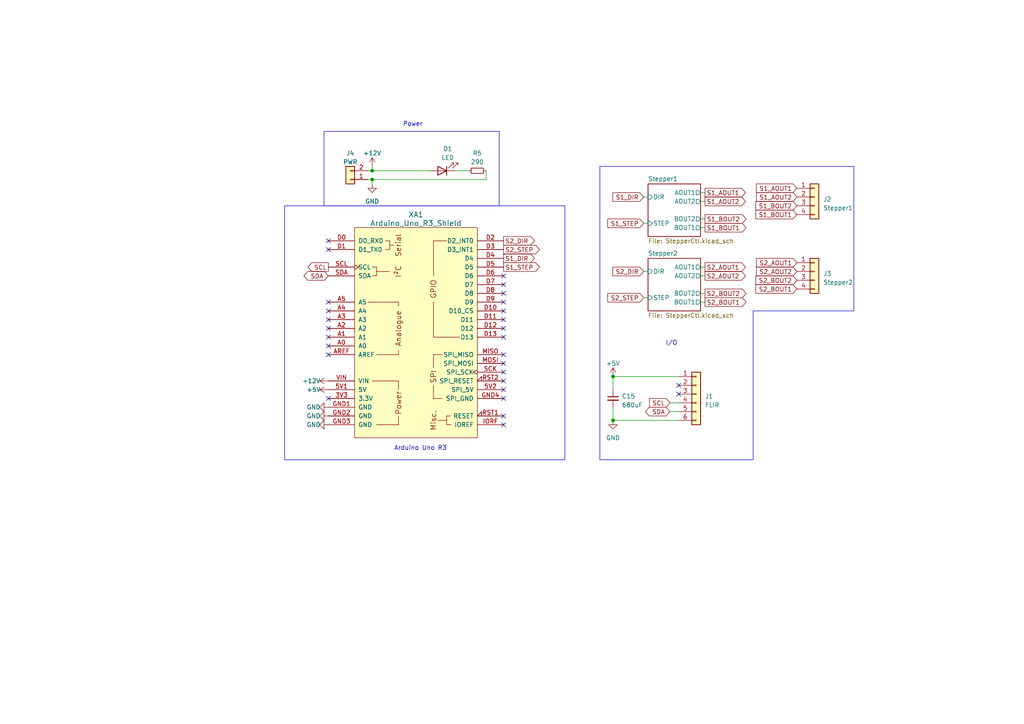
<source format=kicad_sch>
(kicad_sch (version 20230121) (generator eeschema)
  (paper "A4")
  (lib_symbols
    (symbol "Connector_Generic:Conn_01x02" (pin_names (offset 1.016) hide)
      (property "Reference" "J" (at 0 2.54 0))
      (property "Value" "Conn_01x02" (at 0 -5.08 0))
      (symbol "Conn_01x02_1_1"
        (rectangle (start -1.27 -2.413) (end 0 -2.667) (stroke (width 0.1524)))
        (rectangle (start -1.27 0.127) (end 0 -0.127) (stroke (width 0.1524)))
        (rectangle (start -1.27 1.27) (end 1.27 -3.81) (stroke (width 0.254)) (fill (type background)))
        (pin passive line (at -5.08 0 0) (length 3.81) (name "Pin_1") (number "1"))
        (pin passive line (at -5.08 -2.54 0) (length 3.81) (name "Pin_2") (number "2"))
      )
    )
    (symbol "Connector_Generic:Conn_01x04" (pin_names (offset 1.016) hide)
      (property "Reference" "J" (at 0 5.08 0))
      (property "Value" "Conn_01x04" (at 0 -7.62 0))
      (symbol "Conn_01x04_1_1"
        (rectangle (start -1.27 -4.953) (end 0 -5.207) (stroke (width 0.1524)))
        (rectangle (start -1.27 -2.413) (end 0 -2.667) (stroke (width 0.1524)))
        (rectangle (start -1.27 0.127) (end 0 -0.127) (stroke (width 0.1524)))
        (rectangle (start -1.27 2.667) (end 0 2.413) (stroke (width 0.1524)))
        (rectangle (start -1.27 3.81) (end 1.27 -6.35) (stroke (width 0.254)) (fill (type background)))
        (pin passive line (at -5.08 2.54 0) (length 3.81) (name "Pin_1") (number "1"))
        (pin passive line (at -5.08 0 0) (length 3.81) (name "Pin_2") (number "2"))
        (pin passive line (at -5.08 -2.54 0) (length 3.81) (name "Pin_3") (number "3"))
        (pin passive line (at -5.08 -5.08 0) (length 3.81) (name "Pin_4") (number "4"))
      )
    )
    (symbol "Connector_Generic:Conn_01x06" (pin_names (offset 1.016) hide)
      (property "Reference" "J" (at 0 7.62 0))
      (property "Value" "Conn_01x06" (at 0 -10.16 0))
      (symbol "Conn_01x06_1_1"
        (rectangle (start -1.27 -7.493) (end 0 -7.747) (stroke (width 0.1524)))
        (rectangle (start -1.27 -4.953) (end 0 -5.207) (stroke (width 0.1524)))
        (rectangle (start -1.27 -2.413) (end 0 -2.667) (stroke (width 0.1524)))
        (rectangle (start -1.27 0.127) (end 0 -0.127) (stroke (width 0.1524)))
        (rectangle (start -1.27 2.667) (end 0 2.413) (stroke (width 0.1524)))
        (rectangle (start -1.27 5.207) (end 0 4.953) (stroke (width 0.1524)))
        (rectangle (start -1.27 6.35) (end 1.27 -8.89) (stroke (width 0.254)) (fill (type background)))
        (pin passive line (at -5.08 5.08 0) (length 3.81) (name "Pin_1") (number "1"))
        (pin passive line (at -5.08 2.54 0) (length 3.81) (name "Pin_2") (number "2"))
        (pin passive line (at -5.08 0 0) (length 3.81) (name "Pin_3") (number "3"))
        (pin passive line (at -5.08 -2.54 0) (length 3.81) (name "Pin_4") (number "4"))
        (pin passive line (at -5.08 -5.08 0) (length 3.81) (name "Pin_5") (number "5"))
        (pin passive line (at -5.08 -7.62 0) (length 3.81) (name "Pin_6") (number "6"))
      )
    )
    (symbol "Device:C_Small" (pin_numbers hide) (pin_names (offset 0.254) hide)
      (property "Reference" "C" (at 0.254 1.778 0))
      (property "Value" "C_Small" (at 0.254 -2.032 0))
      (symbol "C_Small_0_1"
        (polyline (pts (xy -1.524 -0.508) (xy 1.524 -0.508)) (stroke (width 0.3302)))
        (polyline (pts (xy -1.524 0.508) (xy 1.524 0.508)) (stroke (width 0.3048)))
      )
      (symbol "C_Small_1_1"
        (pin passive line (at 0 2.54 270) (length 2.032) (name "~") (number "1"))
        (pin passive line (at 0 -2.54 90) (length 2.032) (name "~") (number "2"))
      )
    )
    (symbol "Device:LED" (pin_numbers hide) (pin_names (offset 1.016) hide)
      (property "Reference" "D" (at 0 2.54 0))
      (property "Value" "LED" (at 0 -2.54 0))
      (symbol "LED_0_1"
        (polyline (pts (xy -1.27 -1.27) (xy -1.27 1.27)) (stroke (width 0.254)))
        (polyline (pts (xy -1.27 0) (xy 1.27 0)))
        (polyline (pts (xy 1.27 -1.27) (xy 1.27 1.27) (xy -1.27 0) (xy 1.27 -1.27)) (stroke (width 0.254)))
        (polyline (pts (xy -3.048 -0.762) (xy -4.572 -2.286) (xy -3.81 -2.286) (xy -4.572 -2.286) (xy -4.572 -1.524)))
        (polyline (pts (xy -1.778 -0.762) (xy -3.302 -2.286) (xy -2.54 -2.286) (xy -3.302 -2.286) (xy -3.302 -1.524)))
      )
      (symbol "LED_1_1"
        (pin passive line (at -3.81 0 0) (length 2.54) (name "K") (number "1"))
        (pin passive line (at 3.81 0 180) (length 2.54) (name "A") (number "2"))
      )
    )
    (symbol "Device:R_Small" (pin_numbers hide) (pin_names (offset 0.254) hide)
      (property "Reference" "R" (at 0.762 0.508 0))
      (property "Value" "R_Small" (at 0.762 -1.016 0))
      (symbol "R_Small_0_1"
        (rectangle (start -0.762 1.778) (end 0.762 -1.778) (stroke (width 0.2032)))
      )
      (symbol "R_Small_1_1"
        (pin passive line (at 0 2.54 270) (length 0.762) (name "~") (number "1"))
        (pin passive line (at 0 -2.54 90) (length 0.762) (name "~") (number "2"))
      )
    )
    (symbol "arduino-library:Arduino_Uno_R3_Shield" (pin_names (offset 1.016))
      (property "Reference" "XA" (at 0 36.83 0))
      (property "Value" "Arduino_Uno_R3_Shield" (at 0 33.02 0))
      (symbol "Arduino_Uno_R3_Shield_0_0"
        (rectangle (start -17.78 30.48) (end 17.78 -30.48) (fill (type background)))
        (rectangle (start -12.7 -13.97) (end -5.08 -13.97))
        (rectangle (start -11.43 -26.67) (end -5.08 -26.67))
        (polyline (pts (xy -11.43 17.78) (xy -7.62 17.78)))
        (polyline (pts (xy -7.62 25.4) (xy -6.35 25.4)))
        (polyline (pts (xy -5.08 -26.67) (xy -5.08 -24.13)))
        (polyline (pts (xy -5.08 -15.24) (xy -5.08 -16.51)))
        (polyline (pts (xy -5.08 -13.97) (xy -5.08 -15.24)))
        (polyline (pts (xy -5.08 -5.08) (xy -5.08 -6.35) (xy -11.43 -6.35)))
        (polyline (pts (xy -5.08 7.62) (xy -5.08 8.89) (xy -13.97 8.89)))
        (polyline (pts (xy 5.08 8.89) (xy 5.08 -1.27) (xy 12.7 -1.27)))
        (polyline (pts (xy 5.08 16.51) (xy 5.08 26.67) (xy 8.89 26.67)))
        (polyline (pts (xy -12.7 19.05) (xy -11.43 19.05) (xy -11.43 16.51) (xy -12.7 16.51)))
        (polyline (pts (xy -8.89 26.67) (xy -7.62 26.67) (xy -7.62 24.13) (xy -8.89 24.13)))
        (rectangle (start 5.08 -19.05) (end 5.08 -15.24))
        (rectangle (start 5.08 -19.05) (end 7.62 -19.05))
        (rectangle (start 5.08 -10.16) (end 5.08 -6.35))
        (rectangle (start 7.62 -6.35) (end 5.08 -6.35))
        (rectangle (start 8.89 -25.4) (end 6.35 -25.4))
        (rectangle (start 8.89 -24.13) (end 8.89 -26.67))
        (rectangle (start 10.16 -26.67) (end 8.89 -26.67))
        (rectangle (start 10.16 -24.13) (end 8.89 -24.13))
        (text "Analogue" (at -5.08 1.27 900) (effects (font (size 1.524 1.524))))
        (text "I²C" (at -5.08 17.78 900) (effects (font (size 1.524 1.524))))
        (text "Misc." (at 5.08 -25.4 900) (effects (font (size 1.524 1.524))))
        (text "Power" (at -5.08 -20.32 900) (effects (font (size 1.524 1.524))))
        (text "Serial" (at -5.08 25.4 900) (effects (font (size 1.524 1.524))))
        (text "SPI" (at 5.08 -12.7 900) (effects (font (size 1.524 1.524))))
      )
      (symbol "Arduino_Uno_R3_Shield_1_0"
        (text "GPIO" (at 5.08 12.7 900) (effects (font (size 1.524 1.524))))
      )
      (symbol "Arduino_Uno_R3_Shield_1_1"
        (pin power_out line (at -25.4 -19.05 0) (length 7.62) (name "3.3V") (number "3V3"))
        (pin power_in line (at -25.4 -16.51 0) (length 7.62) (name "5V") (number "5V1"))
        (pin power_in line (at 25.4 -16.51 180) (length 7.62) (name "SPI_5V") (number "5V2"))
        (pin bidirectional line (at -25.4 -3.81 0) (length 7.62) (name "A0") (number "A0"))
        (pin bidirectional line (at -25.4 -1.27 0) (length 7.62) (name "A1") (number "A1"))
        (pin bidirectional line (at -25.4 1.27 0) (length 7.62) (name "A2") (number "A2"))
        (pin bidirectional line (at -25.4 3.81 0) (length 7.62) (name "A3") (number "A3"))
        (pin bidirectional line (at -25.4 6.35 0) (length 7.62) (name "A4") (number "A4"))
        (pin bidirectional line (at -25.4 8.89 0) (length 7.62) (name "A5") (number "A5"))
        (pin input line (at -25.4 -6.35 0) (length 7.62) (name "AREF") (number "AREF"))
        (pin bidirectional line (at -25.4 26.67 0) (length 7.62) (name "D0_RX0") (number "D0"))
        (pin bidirectional line (at -25.4 24.13 0) (length 7.62) (name "D1_TX0") (number "D1"))
        (pin bidirectional line (at 25.4 6.35 180) (length 7.62) (name "D10_CS") (number "D10"))
        (pin bidirectional line (at 25.4 3.81 180) (length 7.62) (name "D11") (number "D11"))
        (pin bidirectional line (at 25.4 1.27 180) (length 7.62) (name "D12") (number "D12"))
        (pin bidirectional line (at 25.4 -1.27 180) (length 7.62) (name "D13") (number "D13"))
        (pin bidirectional line (at 25.4 26.67 180) (length 7.62) (name "D2_INT0") (number "D2"))
        (pin bidirectional line (at 25.4 24.13 180) (length 7.62) (name "D3_INT1") (number "D3"))
        (pin bidirectional line (at 25.4 21.59 180) (length 7.62) (name "D4") (number "D4"))
        (pin bidirectional line (at 25.4 19.05 180) (length 7.62) (name "D5") (number "D5"))
        (pin bidirectional line (at 25.4 16.51 180) (length 7.62) (name "D6") (number "D6"))
        (pin bidirectional line (at 25.4 13.97 180) (length 7.62) (name "D7") (number "D7"))
        (pin bidirectional line (at 25.4 11.43 180) (length 7.62) (name "D8") (number "D8"))
        (pin bidirectional line (at 25.4 8.89 180) (length 7.62) (name "D9") (number "D9"))
        (pin power_in line (at -25.4 -21.59 0) (length 7.62) (name "GND") (number "GND1"))
        (pin power_in line (at -25.4 -24.13 0) (length 7.62) (name "GND") (number "GND2"))
        (pin power_in line (at -25.4 -26.67 0) (length 7.62) (name "GND") (number "GND3"))
        (pin power_in line (at 25.4 -19.05 180) (length 7.62) (name "SPI_GND") (number "GND4"))
        (pin output line (at 25.4 -26.67 180) (length 7.62) (name "IOREF") (number "IORF"))
        (pin input line (at 25.4 -6.35 180) (length 7.62) (name "SPI_MISO") (number "MISO"))
        (pin output line (at 25.4 -8.89 180) (length 7.62) (name "SPI_MOSI") (number "MOSI"))
        (pin open_collector input_low (at 25.4 -24.13 180) (length 7.62) (name "RESET") (number "RST1"))
        (pin open_collector input_low (at 25.4 -13.97 180) (length 7.62) (name "SPI_RESET") (number "RST2"))
        (pin output clock (at 25.4 -11.43 180) (length 7.62) (name "SPI_SCK") (number "SCK"))
        (pin bidirectional clock (at -25.4 19.05 0) (length 7.62) (name "SCL") (number "SCL"))
        (pin bidirectional line (at -25.4 16.51 0) (length 7.62) (name "SDA") (number "SDA"))
        (pin power_in line (at -25.4 -13.97 0) (length 7.62) (name "VIN") (number "VIN"))
      )
    )
    (symbol "power:+12V" (power) (pin_names (offset 0))
      (property "Value" "+12V" (at 0 3.556 0))
      (symbol "+12V_0_1"
        (polyline (pts (xy -0.762 1.27) (xy 0 2.54)))
        (polyline (pts (xy 0 0) (xy 0 2.54)))
        (polyline (pts (xy 0 2.54) (xy 0.762 1.27)))
      )
      (symbol "+12V_1_1"
        (pin power_in line (at 0 0 90) (length 0) hide (name "+12V") (number "1"))
      )
    )
    (symbol "power:+5V" (power) (pin_names (offset 0))
      (property "Value" "+5V" (at 0 3.556 0))
      (symbol "+5V_0_1"
        (polyline (pts (xy -0.762 1.27) (xy 0 2.54)))
        (polyline (pts (xy 0 0) (xy 0 2.54)))
        (polyline (pts (xy 0 2.54) (xy 0.762 1.27)))
      )
      (symbol "+5V_1_1"
        (pin power_in line (at 0 0 90) (length 0) hide (name "+5V") (number "1"))
      )
    )
    (symbol "power:GND" (power) (pin_names (offset 0))
      (property "Value" "GND" (at 0 -3.81 0))
      (symbol "GND_0_1"
        (polyline (pts (xy 0 0) (xy 0 -1.27) (xy 1.27 -1.27) (xy 0 -2.54) (xy -1.27 -1.27) (xy 0 -1.27)))
      )
      (symbol "GND_1_1"
        (pin power_in line (at 0 0 270) (length 0) hide (name "GND") (number "1"))
      )
    )
  )
  (junction (at 107.95 52.07))
  (junction (at 177.8 121.92))
  (junction (at 177.8 109.22))
  (junction (at 107.95 49.53))
  (no_connect (at 146.05 92.71))
  (no_connect (at 95.25 102.87))
  (no_connect (at 146.05 90.17))
  (no_connect (at 146.05 123.19))
  (no_connect (at 146.05 107.95))
  (no_connect (at 95.25 90.17))
  (no_connect (at 196.85 111.76))
  (no_connect (at 146.05 85.09))
  (no_connect (at 95.25 92.71))
  (no_connect (at 95.25 87.63))
  (no_connect (at 146.05 102.87))
  (no_connect (at 146.05 80.01))
  (no_connect (at 95.25 100.33))
  (no_connect (at 146.05 120.65))
  (no_connect (at 146.05 110.49))
  (no_connect (at 95.25 72.39))
  (no_connect (at 196.85 114.3))
  (no_connect (at 146.05 87.63))
  (no_connect (at 146.05 113.03))
  (no_connect (at 146.05 95.25))
  (no_connect (at 146.05 105.41))
  (no_connect (at 146.05 97.79))
  (no_connect (at 95.25 115.57))
  (no_connect (at 95.25 97.79))
  (no_connect (at 95.25 95.25))
  (no_connect (at 146.05 115.57))
  (no_connect (at 146.05 82.55))
  (no_connect (at 95.25 69.85))
  (wire (pts (xy 186.69 86.36) (xy 187.96 86.36)))
  (wire (pts (xy 177.8 109.22) (xy 177.8 113.03)))
  (wire (pts (xy 203.2 77.47) (xy 204.47 77.47)))
  (wire (pts (xy 107.95 52.07) (xy 107.95 53.34)))
  (wire (pts (xy 203.2 63.5) (xy 204.47 63.5)))
  (polyline (pts (xy 173.99 133.35) (xy 173.99 48.26)))
  (polyline (pts (xy 173.99 133.35) (xy 218.44 133.35)))
  (wire (pts (xy 107.95 49.53) (xy 107.95 48.26)))
  (polyline (pts (xy 218.44 90.17) (xy 218.44 133.35)))
  (wire (pts (xy 106.68 52.07) (xy 107.95 52.07)))
  (wire (pts (xy 194.31 116.84) (xy 196.85 116.84)))
  (wire (pts (xy 203.2 55.88) (xy 204.47 55.88)))
  (wire (pts (xy 177.8 118.11) (xy 177.8 121.92)))
  (wire (pts (xy 203.2 80.01) (xy 204.47 80.01)))
  (wire (pts (xy 177.8 109.22) (xy 196.85 109.22)))
  (wire (pts (xy 106.68 49.53) (xy 107.95 49.53)))
  (wire (pts (xy 186.69 57.15) (xy 187.96 57.15)))
  (polyline (pts (xy 247.65 48.26) (xy 247.65 90.17)))
  (wire (pts (xy 203.2 87.63) (xy 204.47 87.63)))
  (wire (pts (xy 140.97 52.07) (xy 140.97 49.53)))
  (wire (pts (xy 177.8 121.92) (xy 196.85 121.92)))
  (polyline (pts (xy 247.65 90.17) (xy 218.44 90.17)))
  (wire (pts (xy 107.95 52.07) (xy 140.97 52.07)))
  (wire (pts (xy 203.2 58.42) (xy 204.47 58.42)))
  (wire (pts (xy 132.08 49.53) (xy 135.89 49.53)))
  (wire (pts (xy 194.31 119.38) (xy 196.85 119.38)))
  (polyline (pts (xy 173.99 48.26) (xy 247.65 48.26)))
  (wire (pts (xy 186.69 64.77) (xy 187.96 64.77)))
  (wire (pts (xy 203.2 66.04) (xy 204.47 66.04)))
  (wire (pts (xy 107.95 49.53) (xy 124.46 49.53)))
  (wire (pts (xy 203.2 85.09) (xy 204.47 85.09)))
  (wire (pts (xy 186.69 78.74) (xy 187.96 78.74)))
  (rectangle (start 82.55 59.69) (end 163.83 133.35))
  (rectangle (start 93.98 38.1) (end 144.78 59.69))
  (text "I/O" (at 193.04 100.33 0) (effects (font (size 1.27 1.27)) (justify left bottom)))
  (text "Arduino Uno R3\n" (at 114.3 130.81 0) (effects (font (size 1.27 1.27)) (justify left bottom)))
  (text "Power" (at 116.84 36.83 0) (effects (font (size 1.27 1.27)) (justify left bottom)))
  (global_label "SDA" (shape bidirectional) (at 194.31 119.38 180) (property "Intersheetrefs" "${INTERSHEET_REFS}" (effects hide)))
  (global_label "S1_STEP" (shape output) (at 146.05 77.47 0) (property "Intersheetrefs" "${INTERSHEET_REFS}" (effects hide)))
  (global_label "S2_STEP" (shape output) (at 146.05 72.39 0) (property "Intersheetrefs" "${INTERSHEET_REFS}" (effects hide)))
  (global_label "S1_BOUT2" (shape input) (at 231.14 59.69 180) (property "Intersheetrefs" "${INTERSHEET_REFS}" (effects hide)))
  (global_label "S1_AOUT1" (shape output) (at 204.47 55.88 0) (property "Intersheetrefs" "${INTERSHEET_REFS}" (effects hide)))
  (global_label "SCL" (shape output) (at 95.25 77.47 180) (property "Intersheetrefs" "${INTERSHEET_REFS}" (effects hide)))
  (global_label "S1_STEP" (shape input) (at 186.69 64.77 180) (property "Intersheetrefs" "${INTERSHEET_REFS}" (effects hide)))
  (global_label "S2_STEP" (shape input) (at 186.69 86.36 180) (property "Intersheetrefs" "${INTERSHEET_REFS}" (effects hide)))
  (global_label "S2_AOUT2" (shape input) (at 231.14 78.74 180) (property "Intersheetrefs" "${INTERSHEET_REFS}" (effects hide)))
  (global_label "S1_AOUT1" (shape input) (at 231.14 54.61 180) (property "Intersheetrefs" "${INTERSHEET_REFS}" (effects hide)))
  (global_label "S1_DIR" (shape input) (at 186.69 57.15 180) (property "Intersheetrefs" "${INTERSHEET_REFS}" (effects hide)))
  (global_label "SCL" (shape input) (at 194.31 116.84 180) (property "Intersheetrefs" "${INTERSHEET_REFS}" (effects hide)))
  (global_label "S2_AOUT1" (shape output) (at 204.47 77.47 0) (property "Intersheetrefs" "${INTERSHEET_REFS}" (effects hide)))
  (global_label "S2_BOUT2" (shape input) (at 231.14 81.28 180) (property "Intersheetrefs" "${INTERSHEET_REFS}" (effects hide)))
  (global_label "S1_BOUT2" (shape output) (at 204.47 63.5 0) (property "Intersheetrefs" "${INTERSHEET_REFS}" (effects hide)))
  (global_label "S2_AOUT1" (shape input) (at 231.14 76.2 180) (property "Intersheetrefs" "${INTERSHEET_REFS}" (effects hide)))
  (global_label "S1_BOUT1" (shape output) (at 204.47 66.04 0) (property "Intersheetrefs" "${INTERSHEET_REFS}" (effects hide)))
  (global_label "S2_AOUT2" (shape output) (at 204.47 80.01 0) (property "Intersheetrefs" "${INTERSHEET_REFS}" (effects hide)))
  (global_label "S2_BOUT2" (shape output) (at 204.47 85.09 0) (property "Intersheetrefs" "${INTERSHEET_REFS}" (effects hide)))
  (global_label "SDA" (shape bidirectional) (at 95.25 80.01 180) (property "Intersheetrefs" "${INTERSHEET_REFS}" (effects hide)))
  (global_label "S1_AOUT2" (shape input) (at 231.14 57.15 180) (property "Intersheetrefs" "${INTERSHEET_REFS}" (effects hide)))
  (global_label "S1_DIR" (shape output) (at 146.05 74.93 0) (property "Intersheetrefs" "${INTERSHEET_REFS}" (effects hide)))
  (global_label "S1_BOUT1" (shape input) (at 231.14 62.23 180) (property "Intersheetrefs" "${INTERSHEET_REFS}" (effects hide)))
  (global_label "S2_DIR" (shape input) (at 186.69 78.74 180) (property "Intersheetrefs" "${INTERSHEET_REFS}" (effects hide)))
  (global_label "S2_BOUT1" (shape output) (at 204.47 87.63 0) (property "Intersheetrefs" "${INTERSHEET_REFS}" (effects hide)))
  (global_label "S2_DIR" (shape output) (at 146.05 69.85 0) (property "Intersheetrefs" "${INTERSHEET_REFS}" (effects hide)))
  (global_label "S2_BOUT1" (shape input) (at 231.14 83.82 180) (property "Intersheetrefs" "${INTERSHEET_REFS}" (effects hide)))
  (global_label "S1_AOUT2" (shape output) (at 204.47 58.42 0) (property "Intersheetrefs" "${INTERSHEET_REFS}" (effects hide)))
  (symbol (lib_id "power:GND") (at 95.25 118.11 270) (unit 1)
    (property "Reference" "#PWR029" (effects hide))
    (property "Value" "GND" (at 88.9 118.11 90) (effects (justify left)))
  )
  (symbol (lib_id "arduino-library:Arduino_Uno_R3_Shield") (at 120.65 96.52 0) (unit 1)
    (property "Reference" "XA1" (at 120.65 62.23 0) (effects (font (size 1.524 1.524))))
    (property "Value" "Arduino_Uno_R3_Shield" (at 120.65 64.77 0) (effects (font (size 1.524 1.524))))
    (property "Footprint" "arduino-library:Arduino_Uno_R3_Shield" (effects hide))
    (property "Datasheet" "https://docs.arduino.cc/hardware/uno-rev3" (effects hide))
  )
  (symbol (lib_id "Connector_Generic:Conn_01x04") (at 236.22 78.74 0) (unit 1)
    (property "Reference" "J3" (at 238.76 79.375 0) (effects (justify left)))
    (property "Value" "Stepper2" (at 238.76 81.915 0) (effects (justify left)))
    (property "Footprint" "Connector_Phoenix_MC:PhoenixContact_MCV_1,5_4-G-3.5_1x04_P3.50mm_Vertical" (effects hide))
  )
  (symbol (lib_id "Connector_Generic:Conn_01x02") (at 101.6 52.07 180) (unit 1)
    (property "Reference" "J4" (at 101.6 44.45 0))
    (property "Value" "PWR" (at 101.6 46.99 0))
    (property "Footprint" "Connector_Phoenix_MC:PhoenixContact_MC_1,5_2-G-3.5_1x02_P3.50mm_Horizontal" (effects hide))
  )
  (symbol (lib_id "Device:LED") (at 128.27 49.53 180) (unit 1)
    (property "Reference" "D1" (at 129.8575 43.18 0))
    (property "Value" "LED" (at 129.8575 45.72 0))
    (property "Footprint" "LED_SMD:LED_0603_1608Metric" (effects hide))
    (property "LCSC Part #" "C2286" (effects hide))
    (property "LCSC Part" "C2286" (effects hide))
  )
  (symbol (lib_id "power:GND") (at 95.25 123.19 270) (unit 1)
    (property "Reference" "#PWR024" (effects hide))
    (property "Value" "GND" (at 88.9 123.19 90) (effects (justify left)))
  )
  (symbol (lib_id "Connector_Generic:Conn_01x04") (at 236.22 57.15 0) (unit 1)
    (property "Reference" "J2" (at 238.76 57.785 0) (effects (justify left)))
    (property "Value" "Stepper1" (at 238.76 60.325 0) (effects (justify left)))
    (property "Footprint" "Connector_Phoenix_MC:PhoenixContact_MCV_1,5_4-G-3.5_1x04_P3.50mm_Vertical" (effects hide))
  )
  (symbol (lib_id "power:GND") (at 107.95 53.34 0) (unit 1)
    (property "Reference" "#PWR027" (effects hide))
    (property "Value" "GND" (at 107.95 58.42 0))
  )
  (symbol (lib_id "power:GND") (at 95.25 120.65 270) (unit 1)
    (property "Reference" "#PWR028" (effects hide))
    (property "Value" "GND" (at 88.9 120.65 90) (effects (justify left)))
  )
  (symbol (lib_id "power:+12V") (at 95.25 110.49 90) (unit 1)
    (property "Reference" "#PWR023" (effects hide))
    (property "Value" "+12V" (at 87.63 110.49 90) (effects (justify right)))
  )
  (symbol (lib_id "Connector_Generic:Conn_01x06") (at 201.93 114.3 0) (unit 1)
    (property "Reference" "J1" (at 204.47 114.935 0) (effects (justify left)))
    (property "Value" "FLIR" (at 204.47 117.475 0) (effects (justify left)))
    (property "Footprint" "Connector_JST:JST_GH_SM06B-GHS-TB_1x06-1MP_P1.25mm_Horizontal" (effects hide))
    (property "LCSC Part #" "C133065" (effects hide))
    (property "LCSC Part" "C133065" (effects hide))
  )
  (symbol (lib_id "power:+12V") (at 107.95 48.26 0) (unit 1)
    (property "Reference" "#PWR026" (effects hide))
    (property "Value" "+12V" (at 107.95 44.45 0))
  )
  (symbol (lib_id "power:+5V") (at 177.8 109.22 0) (unit 1)
    (property "Reference" "#PWR021" (effects hide))
    (property "Value" "+5V" (at 177.8 105.41 0))
  )
  (symbol (lib_id "power:GND") (at 177.8 121.92 0) (unit 1)
    (property "Reference" "#PWR022" (effects hide))
    (property "Value" "GND" (at 177.8 127 0))
  )
  (symbol (lib_id "Device:R_Small") (at 138.43 49.53 90) (unit 1)
    (property "Reference" "R5" (at 138.43 44.45 90))
    (property "Value" "290" (at 138.43 46.99 90))
    (property "Footprint" "Resistor_SMD:R_0402_1005Metric" (effects hide))
    (property "LCSC Part #" "C25104" (effects hide))
    (property "LCSC Part" "C25104" (effects hide))
  )
  (symbol (lib_id "Device:C_Small") (at 177.8 115.57 0) (unit 1)
    (property "Reference" "C15" (at 180.34 114.9413 0) (effects (justify left)))
    (property "Value" "680uF" (at 180.34 117.4813 0) (effects (justify left)))
    (property "Footprint" "Capacitor_THT:C_Radial_D8.0mm_H11.5mm_P3.50mm" (effects hide))
    (property "LCSC Part #" "C88760" (effects hide))
    (property "LCSC Part" "C88760" (effects hide))
  )
  (symbol (lib_id "power:+5V") (at 95.25 113.03 90) (unit 1)
    (property "Reference" "#PWR025" (effects hide))
    (property "Value" "+5V" (at 88.9 113.03 90) (effects (justify right)))
  )
  (sheet (at 187.96 53.34) (size 15.24 15.24) (stroke (width 0.1524))
    (property "Sheetname" "Stepper1" (at 187.96 52.6284 0) (effects (justify left bottom)))
    (property "Sheetfile" "StepperCtl.kicad_sch" (at 187.96 69.1646 0) (effects (justify left top)))
    (pin "AOUT2" output (at 203.2 58.42 0))
    (pin "BOUT1" output (at 203.2 66.04 0))
    (pin "AOUT1" output (at 203.2 55.88 0))
    (pin "BOUT2" output (at 203.2 63.5 0))
    (pin "DIR" input (at 187.96 57.15 180))
    (pin "STEP" input (at 187.96 64.77 180))
  )
  (sheet (at 187.96 74.93) (size 15.24 15.24) (stroke (width 0.1524))
    (property "Sheetname" "Stepper2" (at 187.96 74.2184 0) (effects (justify left bottom)))
    (property "Sheetfile" "StepperCtl.kicad_sch" (at 187.96 90.7546 0) (effects (justify left top)))
    (pin "AOUT2" output (at 203.2 80.01 0))
    (pin "BOUT1" output (at 203.2 87.63 0))
    (pin "AOUT1" output (at 203.2 77.47 0))
    (pin "BOUT2" output (at 203.2 85.09 0))
    (pin "DIR" input (at 187.96 78.74 180))
    (pin "STEP" input (at 187.96 86.36 180))
  )
)
</source>
